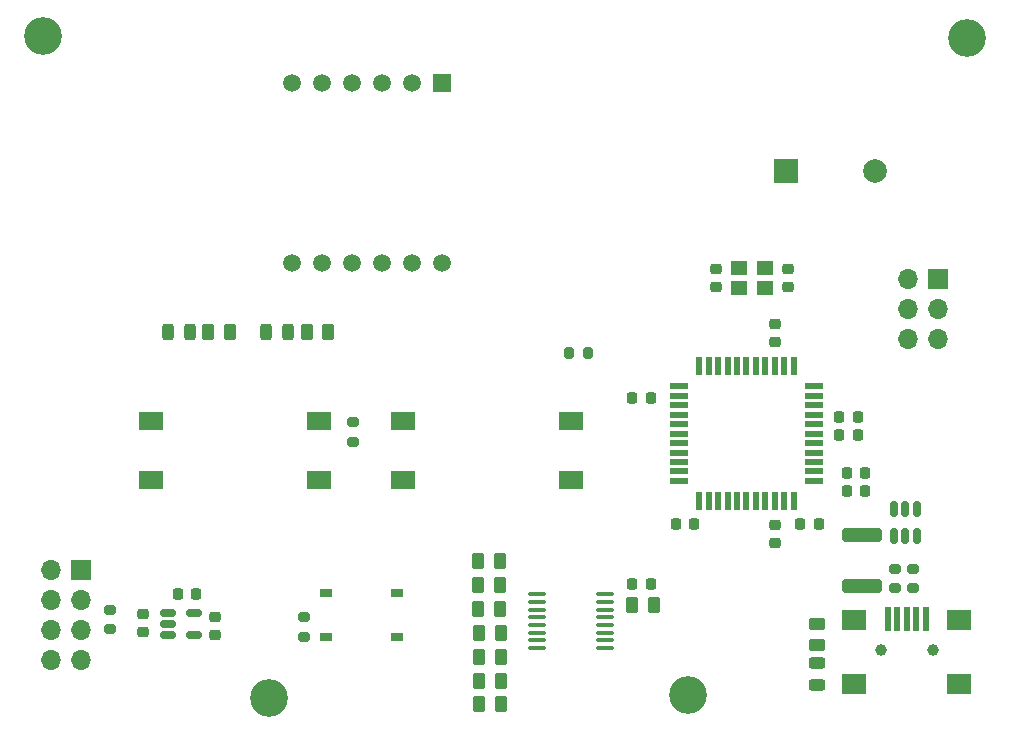
<source format=gbr>
%TF.GenerationSoftware,KiCad,Pcbnew,(7.0.0)*%
%TF.CreationDate,2023-04-20T22:31:56-06:00*%
%TF.ProjectId,Phase_B_PCB_Prototype,50686173-655f-4425-9f50-43425f50726f,rev?*%
%TF.SameCoordinates,Original*%
%TF.FileFunction,Soldermask,Top*%
%TF.FilePolarity,Negative*%
%FSLAX46Y46*%
G04 Gerber Fmt 4.6, Leading zero omitted, Abs format (unit mm)*
G04 Created by KiCad (PCBNEW (7.0.0)) date 2023-04-20 22:31:56*
%MOMM*%
%LPD*%
G01*
G04 APERTURE LIST*
G04 Aperture macros list*
%AMRoundRect*
0 Rectangle with rounded corners*
0 $1 Rounding radius*
0 $2 $3 $4 $5 $6 $7 $8 $9 X,Y pos of 4 corners*
0 Add a 4 corners polygon primitive as box body*
4,1,4,$2,$3,$4,$5,$6,$7,$8,$9,$2,$3,0*
0 Add four circle primitives for the rounded corners*
1,1,$1+$1,$2,$3*
1,1,$1+$1,$4,$5*
1,1,$1+$1,$6,$7*
1,1,$1+$1,$8,$9*
0 Add four rect primitives between the rounded corners*
20,1,$1+$1,$2,$3,$4,$5,0*
20,1,$1+$1,$4,$5,$6,$7,0*
20,1,$1+$1,$6,$7,$8,$9,0*
20,1,$1+$1,$8,$9,$2,$3,0*%
G04 Aperture macros list end*
%ADD10C,3.200000*%
%ADD11C,1.500000*%
%ADD12R,1.500000X1.500000*%
%ADD13RoundRect,0.225000X-0.225000X-0.250000X0.225000X-0.250000X0.225000X0.250000X-0.225000X0.250000X0*%
%ADD14RoundRect,0.225000X-0.250000X0.225000X-0.250000X-0.225000X0.250000X-0.225000X0.250000X0.225000X0*%
%ADD15R,1.000000X0.700000*%
%ADD16R,1.400000X1.200000*%
%ADD17RoundRect,0.250000X0.262500X0.450000X-0.262500X0.450000X-0.262500X-0.450000X0.262500X-0.450000X0*%
%ADD18R,2.000000X2.000000*%
%ADD19C,2.000000*%
%ADD20RoundRect,0.150000X-0.512500X-0.150000X0.512500X-0.150000X0.512500X0.150000X-0.512500X0.150000X0*%
%ADD21O,1.700000X1.700000*%
%ADD22R,1.700000X1.700000*%
%ADD23RoundRect,0.225000X0.225000X0.250000X-0.225000X0.250000X-0.225000X-0.250000X0.225000X-0.250000X0*%
%ADD24RoundRect,0.200000X-0.275000X0.200000X-0.275000X-0.200000X0.275000X-0.200000X0.275000X0.200000X0*%
%ADD25R,1.500000X0.550000*%
%ADD26R,0.550000X1.500000*%
%ADD27RoundRect,0.250000X-0.262500X-0.450000X0.262500X-0.450000X0.262500X0.450000X-0.262500X0.450000X0*%
%ADD28RoundRect,0.200000X-0.200000X-0.275000X0.200000X-0.275000X0.200000X0.275000X-0.200000X0.275000X0*%
%ADD29RoundRect,0.243750X-0.243750X-0.456250X0.243750X-0.456250X0.243750X0.456250X-0.243750X0.456250X0*%
%ADD30RoundRect,0.150000X0.150000X-0.512500X0.150000X0.512500X-0.150000X0.512500X-0.150000X-0.512500X0*%
%ADD31RoundRect,0.225000X0.250000X-0.225000X0.250000X0.225000X-0.250000X0.225000X-0.250000X-0.225000X0*%
%ADD32RoundRect,0.243750X0.456250X-0.243750X0.456250X0.243750X-0.456250X0.243750X-0.456250X-0.243750X0*%
%ADD33RoundRect,0.200000X0.275000X-0.200000X0.275000X0.200000X-0.275000X0.200000X-0.275000X-0.200000X0*%
%ADD34R,2.000000X1.500000*%
%ADD35RoundRect,0.250000X1.450000X-0.312500X1.450000X0.312500X-1.450000X0.312500X-1.450000X-0.312500X0*%
%ADD36RoundRect,0.250000X-0.450000X0.262500X-0.450000X-0.262500X0.450000X-0.262500X0.450000X0.262500X0*%
%ADD37RoundRect,0.100000X-0.637500X-0.100000X0.637500X-0.100000X0.637500X0.100000X-0.637500X0.100000X0*%
%ADD38R,2.000000X1.700000*%
%ADD39R,0.500000X2.000000*%
%ADD40C,1.000000*%
G04 APERTURE END LIST*
D10*
%TO.C,REF\u002A\u002A*%
X128270000Y-117094000D03*
%TD*%
%TO.C,REF\u002A\u002A*%
X92837000Y-117348000D03*
%TD*%
%TO.C,REF\u002A\u002A*%
X151892000Y-61468000D03*
%TD*%
%TO.C,REF\u002A\u002A*%
X73660000Y-61341000D03*
%TD*%
D11*
%TO.C,U1*%
X107442000Y-80518000D03*
X104902000Y-80518000D03*
X102362000Y-80518000D03*
X99822000Y-80518000D03*
X97282000Y-80518000D03*
X94742000Y-80518000D03*
X94742000Y-65278000D03*
X97282000Y-65278000D03*
X99822000Y-65278000D03*
X102362000Y-65278000D03*
X104902000Y-65278000D03*
D12*
X107441999Y-65277999D03*
%TD*%
D13*
%TO.C,C9*%
X141719000Y-99822000D03*
X143269000Y-99822000D03*
%TD*%
D14*
%TO.C,C1*%
X136779000Y-81052000D03*
X136779000Y-82602000D03*
%TD*%
D15*
%TO.C,S3*%
X97615499Y-108512999D03*
X97615499Y-112212999D03*
X103615499Y-108512999D03*
X103615499Y-112212999D03*
%TD*%
D13*
%TO.C,C15*%
X123558000Y-107696000D03*
X125108000Y-107696000D03*
%TD*%
D14*
%TO.C,C14*%
X82169000Y-110284000D03*
X82169000Y-111834000D03*
%TD*%
D16*
%TO.C,Y1*%
X132630999Y-82676999D03*
X134830999Y-82676999D03*
X134830999Y-80976999D03*
X132630999Y-80976999D03*
%TD*%
D17*
%TO.C,R12*%
X110593500Y-117885000D03*
X112418500Y-117885000D03*
%TD*%
%TO.C,R11*%
X110593500Y-115951000D03*
X112418500Y-115951000D03*
%TD*%
D18*
%TO.C,LS1*%
X136534999Y-72770999D03*
D19*
X144135000Y-72771000D03*
%TD*%
D20*
%TO.C,U5*%
X84206500Y-110175000D03*
X84206500Y-111125000D03*
X84206500Y-112075000D03*
X86481500Y-112075000D03*
X86481500Y-110175000D03*
%TD*%
D17*
%TO.C,R9*%
X110593500Y-111887000D03*
X112418500Y-111887000D03*
%TD*%
D21*
%TO.C,J3*%
X74314999Y-114182999D03*
X76854999Y-114182999D03*
X74314999Y-111642999D03*
X76854999Y-111642999D03*
X74314999Y-109102999D03*
X76854999Y-109102999D03*
X74314999Y-106562999D03*
D22*
X76854999Y-106562999D03*
%TD*%
D23*
%TO.C,C13*%
X86621500Y-108585000D03*
X85071500Y-108585000D03*
%TD*%
D13*
%TO.C,C3*%
X141719000Y-98298000D03*
X143269000Y-98298000D03*
%TD*%
%TO.C,C10*%
X141084000Y-95123000D03*
X142634000Y-95123000D03*
%TD*%
D24*
%TO.C,R17*%
X79375000Y-111569000D03*
X79375000Y-109919000D03*
%TD*%
D25*
%TO.C,U3*%
X138922999Y-98995999D03*
X138922999Y-98195999D03*
X138922999Y-97395999D03*
X138922999Y-96595999D03*
X138922999Y-95795999D03*
X138922999Y-94995999D03*
X138922999Y-94195999D03*
X138922999Y-93395999D03*
X138922999Y-92595999D03*
X138922999Y-91795999D03*
X138922999Y-90995999D03*
D26*
X137222999Y-89295999D03*
X136422999Y-89295999D03*
X135622999Y-89295999D03*
X134822999Y-89295999D03*
X134022999Y-89295999D03*
X133222999Y-89295999D03*
X132422999Y-89295999D03*
X131622999Y-89295999D03*
X130822999Y-89295999D03*
X130022999Y-89295999D03*
X129222999Y-89295999D03*
D25*
X127522999Y-90995999D03*
X127522999Y-91795999D03*
X127522999Y-92595999D03*
X127522999Y-93395999D03*
X127522999Y-94195999D03*
X127522999Y-94995999D03*
X127522999Y-95795999D03*
X127522999Y-96595999D03*
X127522999Y-97395999D03*
X127522999Y-98195999D03*
X127522999Y-98995999D03*
D26*
X129222999Y-100695999D03*
X130022999Y-100695999D03*
X130822999Y-100695999D03*
X131622999Y-100695999D03*
X132422999Y-100695999D03*
X133222999Y-100695999D03*
X134022999Y-100695999D03*
X134822999Y-100695999D03*
X135622999Y-100695999D03*
X136422999Y-100695999D03*
X137222999Y-100695999D03*
%TD*%
D13*
%TO.C,C7*%
X141084000Y-93599000D03*
X142634000Y-93599000D03*
%TD*%
D27*
%TO.C,R5*%
X125372500Y-109474000D03*
X123547500Y-109474000D03*
%TD*%
D28*
%TO.C,R2*%
X118174000Y-88138000D03*
X119824000Y-88138000D03*
%TD*%
D29*
%TO.C,D2*%
X84231000Y-86360000D03*
X86106000Y-86360000D03*
%TD*%
D24*
%TO.C,R1*%
X99949000Y-94044000D03*
X99949000Y-95694000D03*
%TD*%
D14*
%TO.C,C11*%
X135636000Y-102730000D03*
X135636000Y-104280000D03*
%TD*%
D22*
%TO.C,J2*%
X149478999Y-81929999D03*
D21*
X146938999Y-81929999D03*
X149478999Y-84469999D03*
X146938999Y-84469999D03*
X149478999Y-87009999D03*
X146938999Y-87009999D03*
%TD*%
D30*
%TO.C,U4*%
X145730000Y-103694500D03*
X146680000Y-103694500D03*
X147630000Y-103694500D03*
X147630000Y-101419500D03*
X146680000Y-101419500D03*
X145730000Y-101419500D03*
%TD*%
D17*
%TO.C,R4*%
X89455000Y-86360000D03*
X87630000Y-86360000D03*
%TD*%
D31*
%TO.C,C12*%
X88259500Y-110538000D03*
X88259500Y-112088000D03*
%TD*%
D23*
%TO.C,C5*%
X128791000Y-102616000D03*
X127241000Y-102616000D03*
%TD*%
D32*
%TO.C,D3*%
X139187000Y-114446500D03*
X139187000Y-116321500D03*
%TD*%
D31*
%TO.C,C8*%
X135636000Y-87249000D03*
X135636000Y-85699000D03*
%TD*%
D29*
%TO.C,D1*%
X94397000Y-86360000D03*
X92522000Y-86360000D03*
%TD*%
D33*
%TO.C,R15*%
X147320000Y-106427000D03*
X147320000Y-108077000D03*
%TD*%
D34*
%TO.C,S1*%
X82765999Y-93892999D03*
X97065999Y-93892999D03*
X82765999Y-98892999D03*
X97065999Y-98892999D03*
%TD*%
D17*
%TO.C,R3*%
X95988500Y-86360000D03*
X97813500Y-86360000D03*
%TD*%
D35*
%TO.C,F1*%
X142997000Y-103594500D03*
X142997000Y-107869500D03*
%TD*%
D24*
%TO.C,R13*%
X95789500Y-112204000D03*
X95789500Y-110554000D03*
%TD*%
D23*
%TO.C,C6*%
X125108000Y-91948000D03*
X123558000Y-91948000D03*
%TD*%
D34*
%TO.C,S2*%
X104101999Y-93932999D03*
X118401999Y-93932999D03*
X104101999Y-98932999D03*
X118401999Y-98932999D03*
%TD*%
D17*
%TO.C,R7*%
X110490000Y-107823000D03*
X112315000Y-107823000D03*
%TD*%
D31*
%TO.C,C2*%
X130683000Y-82602000D03*
X130683000Y-81052000D03*
%TD*%
D36*
%TO.C,R14*%
X139187000Y-112935500D03*
X139187000Y-111110500D03*
%TD*%
D13*
%TO.C,C4*%
X137782000Y-102616000D03*
X139332000Y-102616000D03*
%TD*%
D17*
%TO.C,R8*%
X110490000Y-109855000D03*
X112315000Y-109855000D03*
%TD*%
D37*
%TO.C,U2*%
X115501500Y-108596000D03*
X115501500Y-109246000D03*
X115501500Y-109896000D03*
X115501500Y-110546000D03*
X115501500Y-111196000D03*
X115501500Y-111846000D03*
X115501500Y-112496000D03*
X115501500Y-113146000D03*
X121226500Y-113146000D03*
X121226500Y-112496000D03*
X121226500Y-111846000D03*
X121226500Y-111196000D03*
X121226500Y-110546000D03*
X121226500Y-109896000D03*
X121226500Y-109246000D03*
X121226500Y-108596000D03*
%TD*%
D17*
%TO.C,R6*%
X110490000Y-105791000D03*
X112315000Y-105791000D03*
%TD*%
D38*
%TO.C,J1*%
X151256999Y-116201999D03*
X151256999Y-110751999D03*
X142356999Y-116201999D03*
X142356999Y-110751999D03*
D39*
X148406999Y-110651999D03*
X147606999Y-110651999D03*
X146806999Y-110651999D03*
X146006999Y-110651999D03*
X145206999Y-110651999D03*
D40*
X149007000Y-113352000D03*
X144607000Y-113352000D03*
%TD*%
D17*
%TO.C,R10*%
X110593500Y-113919000D03*
X112418500Y-113919000D03*
%TD*%
D33*
%TO.C,R16*%
X145796000Y-106427000D03*
X145796000Y-108077000D03*
%TD*%
M02*

</source>
